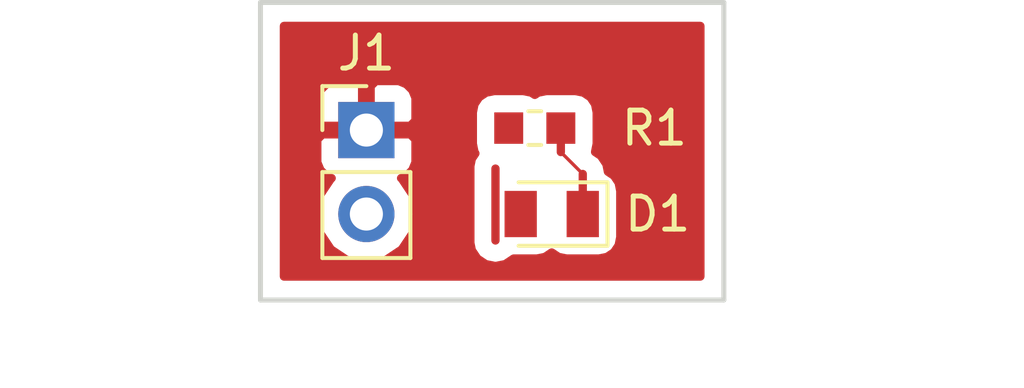
<source format=kicad_pcb>
(kicad_pcb (version 20171130) (host pcbnew 5.0.1-33cea8e~67~ubuntu18.04.1)

  (general
    (thickness 1.6)
    (drawings 5)
    (tracks 4)
    (zones 0)
    (modules 3)
    (nets 5)
  )

  (page A4)
  (layers
    (0 F.Cu signal)
    (31 B.Cu signal)
    (32 B.Adhes user)
    (33 F.Adhes user)
    (34 B.Paste user)
    (35 F.Paste user)
    (36 B.SilkS user)
    (37 F.SilkS user)
    (38 B.Mask user)
    (39 F.Mask user)
    (40 Dwgs.User user)
    (41 Cmts.User user)
    (42 Eco1.User user)
    (43 Eco2.User user)
    (44 Edge.Cuts user)
    (45 Margin user)
    (46 B.CrtYd user)
    (47 F.CrtYd user)
    (48 B.Fab user)
    (49 F.Fab user)
  )

  (setup
    (last_trace_width 0.25)
    (trace_clearance 0.2)
    (zone_clearance 0.508)
    (zone_45_only no)
    (trace_min 0.2)
    (segment_width 0.2)
    (edge_width 0.15)
    (via_size 0.6)
    (via_drill 0.4)
    (via_min_size 0.4)
    (via_min_drill 0.3)
    (uvia_size 0.3)
    (uvia_drill 0.1)
    (uvias_allowed no)
    (uvia_min_size 0.2)
    (uvia_min_drill 0.1)
    (pcb_text_width 0.3)
    (pcb_text_size 1.5 1.5)
    (mod_edge_width 0.15)
    (mod_text_size 1 1)
    (mod_text_width 0.15)
    (pad_size 1.524 1.524)
    (pad_drill 0.762)
    (pad_to_mask_clearance 0.2)
    (solder_mask_min_width 0.25)
    (aux_axis_origin 0 0)
    (visible_elements FFFFFF7F)
    (pcbplotparams
      (layerselection 0x00030_80000001)
      (usegerberextensions false)
      (usegerberattributes false)
      (usegerberadvancedattributes false)
      (creategerberjobfile false)
      (excludeedgelayer true)
      (linewidth 0.050000)
      (plotframeref false)
      (viasonmask false)
      (mode 1)
      (useauxorigin false)
      (hpglpennumber 1)
      (hpglpenspeed 20)
      (hpglpendiameter 15.000000)
      (psnegative false)
      (psa4output false)
      (plotreference true)
      (plotvalue true)
      (plotinvisibletext false)
      (padsonsilk false)
      (subtractmaskfromsilk false)
      (outputformat 1)
      (mirror false)
      (drillshape 1)
      (scaleselection 1)
      (outputdirectory ""))
  )

  (net 0 "")
  (net 1 "Net-(D1-Pad1)")
  (net 2 VCC)
  (net 3 GND)
  (net 4 "Net-(R1-Pad2)")

  (net_class Default "This is the default net class."
    (clearance 0.2)
    (trace_width 0.25)
    (via_dia 0.6)
    (via_drill 0.4)
    (uvia_dia 0.3)
    (uvia_drill 0.1)
    (add_net GND)
    (add_net "Net-(D1-Pad1)")
    (add_net "Net-(R1-Pad2)")
    (add_net VCC)
  )

  (module LED_SMD:LED_0805_2012Metric (layer F.Cu) (tedit 5B59AB38) (tstamp 5CA52F98)
    (at 147.8 108.4 180)
    (descr "LED SMD 0805 (2012 Metric), square (rectangular) end terminal, IPC_7351 nominal, (Body size source: https://docs.google.com/spreadsheets/d/1BsfQQcO9C6DZCsRaXUlFlo91Tg2WpOkGARC1WS5S8t0/edit?usp=sharing), generated with kicad-footprint-generator")
    (tags diode)
    (path /5CA326B7)
    (attr smd)
    (fp_text reference D1 (at -3.2 0 180) (layer F.SilkS)
      (effects (font (size 1 1) (thickness 0.15)))
    )
    (fp_text value LED (at -3.6 0 180) (layer F.Fab)
      (effects (font (size 1 1) (thickness 0.15)))
    )
    (fp_line (start 1 -0.6) (end -0.7 -0.6) (layer F.Fab) (width 0.1))
    (fp_line (start -0.7 -0.6) (end -1 -0.3) (layer F.Fab) (width 0.1))
    (fp_line (start -1 -0.3) (end -1 0.6) (layer F.Fab) (width 0.1))
    (fp_line (start -1 0.6) (end 1 0.6) (layer F.Fab) (width 0.1))
    (fp_line (start 1 0.6) (end 1 -0.6) (layer F.Fab) (width 0.1))
    (fp_line (start 1 -0.96) (end -1.685 -0.96) (layer F.SilkS) (width 0.12))
    (fp_line (start -1.685 -0.96) (end -1.685 0.96) (layer F.SilkS) (width 0.12))
    (fp_line (start -1.685 0.96) (end 1 0.96) (layer F.SilkS) (width 0.12))
    (fp_line (start -1.68 0.95) (end -1.68 -0.95) (layer F.CrtYd) (width 0.05))
    (fp_line (start -1.68 -0.95) (end 1.68 -0.95) (layer F.CrtYd) (width 0.05))
    (fp_line (start 1.68 -0.95) (end 1.68 0.95) (layer F.CrtYd) (width 0.05))
    (fp_line (start 1.68 0.95) (end -1.68 0.95) (layer F.CrtYd) (width 0.05))
    (fp_text user %R (at 0 0 180) (layer F.Fab)
      (effects (font (size 0.5 0.5) (thickness 0.08)))
    )
    (pad 1 smd rect (at -0.9375 0 180) (size 0.975 1.4) (layers F.Cu F.Paste F.Mask)
      (net 1 "Net-(D1-Pad1)"))
    (pad 2 smd rect (at 0.9375 0 180) (size 0.975 1.4) (layers F.Cu F.Paste F.Mask)
      (net 2 VCC))
    (model ${KISYS3DMOD}/LED_SMD.3dshapes/LED_0805_2012Metric.wrl
      (at (xyz 0 0 0))
      (scale (xyz 1 1 1))
      (rotate (xyz 0 0 0))
    )
  )

  (module Connector_PinHeader_2.54mm:PinHeader_1x02_P2.54mm_Vertical (layer F.Cu) (tedit 59FED5CC) (tstamp 5CA52FAE)
    (at 142.2 105.86)
    (descr "Through hole straight pin header, 1x02, 2.54mm pitch, single row")
    (tags "Through hole pin header THT 1x02 2.54mm single row")
    (path /5CA32731)
    (fp_text reference J1 (at 0 -2.33) (layer F.SilkS)
      (effects (font (size 1 1) (thickness 0.15)))
    )
    (fp_text value Conn_01x02 (at -2.4 1.04 90) (layer F.Fab)
      (effects (font (size 1 1) (thickness 0.15)))
    )
    (fp_line (start -0.635 -1.27) (end 1.27 -1.27) (layer F.Fab) (width 0.1))
    (fp_line (start 1.27 -1.27) (end 1.27 3.81) (layer F.Fab) (width 0.1))
    (fp_line (start 1.27 3.81) (end -1.27 3.81) (layer F.Fab) (width 0.1))
    (fp_line (start -1.27 3.81) (end -1.27 -0.635) (layer F.Fab) (width 0.1))
    (fp_line (start -1.27 -0.635) (end -0.635 -1.27) (layer F.Fab) (width 0.1))
    (fp_line (start -1.33 3.87) (end 1.33 3.87) (layer F.SilkS) (width 0.12))
    (fp_line (start -1.33 1.27) (end -1.33 3.87) (layer F.SilkS) (width 0.12))
    (fp_line (start 1.33 1.27) (end 1.33 3.87) (layer F.SilkS) (width 0.12))
    (fp_line (start -1.33 1.27) (end 1.33 1.27) (layer F.SilkS) (width 0.12))
    (fp_line (start -1.33 0) (end -1.33 -1.33) (layer F.SilkS) (width 0.12))
    (fp_line (start -1.33 -1.33) (end 0 -1.33) (layer F.SilkS) (width 0.12))
    (fp_line (start -1.8 -1.8) (end -1.8 4.35) (layer F.CrtYd) (width 0.05))
    (fp_line (start -1.8 4.35) (end 1.8 4.35) (layer F.CrtYd) (width 0.05))
    (fp_line (start 1.8 4.35) (end 1.8 -1.8) (layer F.CrtYd) (width 0.05))
    (fp_line (start 1.8 -1.8) (end -1.8 -1.8) (layer F.CrtYd) (width 0.05))
    (fp_text user %R (at 0 1.27 90) (layer F.Fab)
      (effects (font (size 1 1) (thickness 0.15)))
    )
    (pad 1 thru_hole rect (at 0 0) (size 1.7 1.7) (drill 1) (layers *.Cu *.Mask)
      (net 3 GND))
    (pad 2 thru_hole oval (at 0 2.54) (size 1.7 1.7) (drill 1) (layers *.Cu *.Mask)
      (net 2 VCC))
    (model ${KISYS3DMOD}/Connector_PinHeader_2.54mm.3dshapes/PinHeader_1x02_P2.54mm_Vertical.wrl
      (at (xyz 0 0 0))
      (scale (xyz 1 1 1))
      (rotate (xyz 0 0 0))
    )
  )

  (module Resistor_SMD:R_0603_1608Metric (layer F.Cu) (tedit 5B59AB37) (tstamp 5CA52FBF)
    (at 147.2875 105.8 180)
    (descr "Resistor SMD 0603 (1608 Metric), square (rectangular) end terminal, IPC_7351 nominal, (Body size source: http://www.tortai-tech.com/upload/download/2011102023233369053.pdf), generated with kicad-footprint-generator")
    (tags resistor)
    (path /5CA32696)
    (attr smd)
    (fp_text reference R1 (at -3.6125 0 180) (layer F.SilkS)
      (effects (font (size 1 1) (thickness 0.15)))
    )
    (fp_text value 330 (at -4.1125 0 180) (layer F.Fab)
      (effects (font (size 1 1) (thickness 0.15)))
    )
    (fp_line (start -0.8 0.4) (end -0.8 -0.4) (layer F.Fab) (width 0.1))
    (fp_line (start -0.8 -0.4) (end 0.8 -0.4) (layer F.Fab) (width 0.1))
    (fp_line (start 0.8 -0.4) (end 0.8 0.4) (layer F.Fab) (width 0.1))
    (fp_line (start 0.8 0.4) (end -0.8 0.4) (layer F.Fab) (width 0.1))
    (fp_line (start -0.193875 -0.51) (end 0.193875 -0.51) (layer F.SilkS) (width 0.12))
    (fp_line (start -0.193875 0.51) (end 0.193875 0.51) (layer F.SilkS) (width 0.12))
    (fp_line (start -1.48 0.73) (end -1.48 -0.73) (layer F.CrtYd) (width 0.05))
    (fp_line (start -1.48 -0.73) (end 1.48 -0.73) (layer F.CrtYd) (width 0.05))
    (fp_line (start 1.48 -0.73) (end 1.48 0.73) (layer F.CrtYd) (width 0.05))
    (fp_line (start 1.48 0.73) (end -1.48 0.73) (layer F.CrtYd) (width 0.05))
    (fp_text user %R (at 0 0 180) (layer F.Fab)
      (effects (font (size 0.4 0.4) (thickness 0.06)))
    )
    (pad 1 smd rect (at -0.7875 0 180) (size 0.875 0.95) (layers F.Cu F.Paste F.Mask)
      (net 1 "Net-(D1-Pad1)"))
    (pad 2 smd rect (at 0.7875 0 180) (size 0.875 0.95) (layers F.Cu F.Paste F.Mask)
      (net 4 "Net-(R1-Pad2)"))
    (model ${KISYS3DMOD}/Resistor_SMD.3dshapes/R_0603_1608Metric.wrl
      (at (xyz 0 0 0))
      (scale (xyz 1 1 1))
      (rotate (xyz 0 0 0))
    )
  )

  (gr_text "The track between R1 and D1 contains a section with a width that is too small\nThere is a random trace that is too close to pad 2 of D1\nWe expect to see 2 DRC errors" (at 146.6 112.4) (layer Dwgs.User)
    (effects (font (size 0.5 0.5) (thickness 0.1)))
  )
  (gr_line (start 139 111) (end 139 102) (layer Edge.Cuts) (width 0.15))
  (gr_line (start 153 111) (end 139 111) (layer Edge.Cuts) (width 0.15))
  (gr_line (start 153 102) (end 153 111) (layer Edge.Cuts) (width 0.15))
  (gr_line (start 139 102) (end 153 102) (layer Edge.Cuts) (width 0.15))

  (segment (start 146.1 107.025) (end 146.1 109.2) (width 0.25) (layer F.Cu) (net 0))
  (segment (start 148.075 106.525) (end 148.7375 107.1875) (width 0.1) (layer F.Cu) (net 1))
  (segment (start 148.075 105.8) (end 148.075 106.525) (width 0.25) (layer F.Cu) (net 1))
  (segment (start 148.7375 107.1875) (end 148.7375 108.4) (width 0.25) (layer F.Cu) (net 1))

  (zone (net 3) (net_name GND) (layer F.Cu) (tstamp 0) (hatch edge 0.508)
    (connect_pads (clearance 0.508))
    (min_thickness 0.254)
    (fill yes (arc_segments 16) (thermal_gap 0.508) (thermal_bridge_width 0.508))
    (polygon
      (pts
        (xy 139 102) (xy 153 102) (xy 153 111) (xy 139 111)
      )
    )
    (filled_polygon
      (pts
        (xy 152.290001 110.29) (xy 139.71 110.29) (xy 139.71 108.4) (xy 140.685908 108.4) (xy 140.801161 108.979418)
        (xy 141.129375 109.470625) (xy 141.620582 109.798839) (xy 142.053744 109.885) (xy 142.346256 109.885) (xy 142.779418 109.798839)
        (xy 143.270625 109.470625) (xy 143.598839 108.979418) (xy 143.714092 108.4) (xy 143.598839 107.820582) (xy 143.270625 107.329375)
        (xy 143.248967 107.314904) (xy 143.409698 107.248327) (xy 143.588327 107.069699) (xy 143.637846 106.950149) (xy 145.34 106.950149)
        (xy 145.340001 109.274852) (xy 145.384097 109.496537) (xy 145.552072 109.747929) (xy 145.803464 109.915904) (xy 146.1 109.974889)
        (xy 146.396537 109.915904) (xy 146.647929 109.747929) (xy 146.648256 109.74744) (xy 147.35 109.74744) (xy 147.597765 109.698157)
        (xy 147.8 109.563027) (xy 148.002235 109.698157) (xy 148.25 109.74744) (xy 149.225 109.74744) (xy 149.472765 109.698157)
        (xy 149.682809 109.557809) (xy 149.823157 109.347765) (xy 149.87244 109.1) (xy 149.87244 107.7) (xy 149.823157 107.452235)
        (xy 149.682809 107.242191) (xy 149.4975 107.118371) (xy 149.4975 107.112648) (xy 149.453404 106.890963) (xy 149.285429 106.639571)
        (xy 149.110644 106.522784) (xy 149.110657 106.522765) (xy 149.15994 106.275) (xy 149.15994 105.325) (xy 149.110657 105.077235)
        (xy 148.970309 104.867191) (xy 148.760265 104.726843) (xy 148.5125 104.67756) (xy 147.6375 104.67756) (xy 147.389735 104.726843)
        (xy 147.2875 104.795155) (xy 147.185265 104.726843) (xy 146.9375 104.67756) (xy 146.0625 104.67756) (xy 145.814735 104.726843)
        (xy 145.604691 104.867191) (xy 145.464343 105.077235) (xy 145.41506 105.325) (xy 145.41506 106.275) (xy 145.464343 106.522765)
        (xy 145.492941 106.565565) (xy 145.384096 106.728464) (xy 145.34 106.950149) (xy 143.637846 106.950149) (xy 143.685 106.83631)
        (xy 143.685 106.14575) (xy 143.52625 105.987) (xy 142.327 105.987) (xy 142.327 106.007) (xy 142.073 106.007)
        (xy 142.073 105.987) (xy 140.87375 105.987) (xy 140.715 106.14575) (xy 140.715 106.83631) (xy 140.811673 107.069699)
        (xy 140.990302 107.248327) (xy 141.151033 107.314904) (xy 141.129375 107.329375) (xy 140.801161 107.820582) (xy 140.685908 108.4)
        (xy 139.71 108.4) (xy 139.71 104.88369) (xy 140.715 104.88369) (xy 140.715 105.57425) (xy 140.87375 105.733)
        (xy 142.073 105.733) (xy 142.073 104.53375) (xy 142.327 104.53375) (xy 142.327 105.733) (xy 143.52625 105.733)
        (xy 143.685 105.57425) (xy 143.685 104.88369) (xy 143.588327 104.650301) (xy 143.409698 104.471673) (xy 143.176309 104.375)
        (xy 142.48575 104.375) (xy 142.327 104.53375) (xy 142.073 104.53375) (xy 141.91425 104.375) (xy 141.223691 104.375)
        (xy 140.990302 104.471673) (xy 140.811673 104.650301) (xy 140.715 104.88369) (xy 139.71 104.88369) (xy 139.71 102.71)
        (xy 152.29 102.71)
      )
    )
  )
)

</source>
